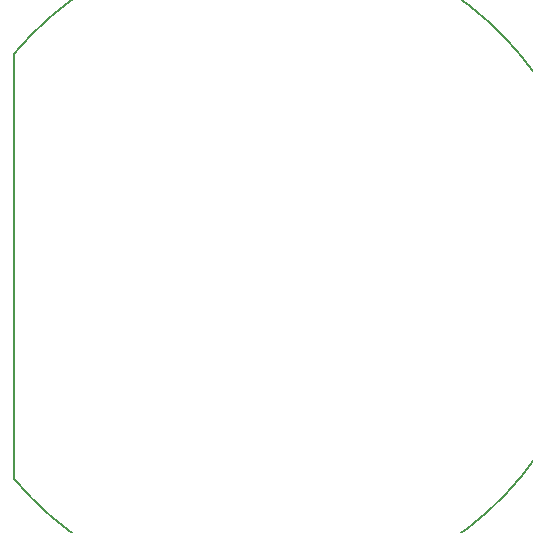
<source format=gbr>
G04 #@! TF.GenerationSoftware,KiCad,Pcbnew,(5.0.1)-4*
G04 #@! TF.CreationDate,2019-01-20T23:32:10-05:00*
G04 #@! TF.ProjectId,puck_design,7075636B5F64657369676E2E6B696361,rev?*
G04 #@! TF.SameCoordinates,Original*
G04 #@! TF.FileFunction,Legend,Bot*
G04 #@! TF.FilePolarity,Positive*
%FSLAX46Y46*%
G04 Gerber Fmt 4.6, Leading zero omitted, Abs format (unit mm)*
G04 Created by KiCad (PCBNEW (5.0.1)-4) date 2019-01-20 11:32:10 PM*
%MOMM*%
%LPD*%
G01*
G04 APERTURE LIST*
%ADD10C,0.150000*%
G04 APERTURE END LIST*
D10*
X128550445Y-117911400D02*
X128550445Y-82050000D01*
X128550504Y-82011332D02*
G75*
G02X128550445Y-117911400I21429940J-17950069D01*
G01*
M02*

</source>
